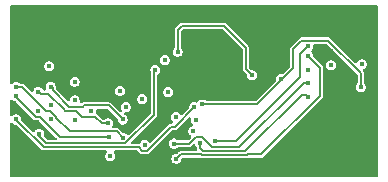
<source format=gbr>
%TF.GenerationSoftware,KiCad,Pcbnew,9.0.2*%
%TF.CreationDate,2025-06-09T01:03:38+02:00*%
%TF.ProjectId,WiFi_1YN,57694669-5f31-4594-9e2e-6b696361645f,rev?*%
%TF.SameCoordinates,Original*%
%TF.FileFunction,Copper,L3,Inr*%
%TF.FilePolarity,Positive*%
%FSLAX46Y46*%
G04 Gerber Fmt 4.6, Leading zero omitted, Abs format (unit mm)*
G04 Created by KiCad (PCBNEW 9.0.2) date 2025-06-09 01:03:38*
%MOMM*%
%LPD*%
G01*
G04 APERTURE LIST*
%TA.AperFunction,ViaPad*%
%ADD10C,0.450000*%
%TD*%
%TA.AperFunction,Conductor*%
%ADD11C,0.127000*%
%TD*%
G04 APERTURE END LIST*
D10*
%TO.N,GND*%
X198780400Y-68021200D03*
X200101200Y-68275200D03*
X198551800Y-65227200D03*
X200787000Y-65278000D03*
X213715600Y-72339200D03*
X217093800Y-72339200D03*
X201701400Y-74447400D03*
X204114400Y-74188500D03*
X189362212Y-69881334D03*
X201375285Y-70027800D03*
X202415569Y-72118587D03*
X200025000Y-72212200D03*
X201320400Y-70662800D03*
X193395600Y-74879200D03*
X200180500Y-74884200D03*
X210315100Y-74909600D03*
X217093800Y-74904600D03*
X189995100Y-74884200D03*
X196780000Y-74884200D03*
X203581000Y-74879200D03*
X206959200Y-74879200D03*
X213715600Y-74904600D03*
X193389400Y-64968200D03*
X189988900Y-64973200D03*
X196773800Y-64973200D03*
X189995100Y-61600000D03*
X193395600Y-61595000D03*
X210315100Y-61625400D03*
X213715600Y-61620400D03*
X217093800Y-61620400D03*
X196780000Y-61600000D03*
X200180500Y-61600000D03*
X203581000Y-61595000D03*
X206959200Y-61595000D03*
%TO.N,+3.3V*%
X211650000Y-67290000D03*
%TO.N,/32KHz*%
X209200000Y-66990000D03*
%TO.N,+3.3V*%
X205000000Y-69450000D03*
%TO.N,GND*%
X215750000Y-67180000D03*
%TO.N,/WL_GPIO_0_HOST_WAKE*%
X202751136Y-70525000D03*
%TO.N,/WIFI_SDIO_DAT3*%
X204239672Y-71735328D03*
%TO.N,/WL_REG_ON*%
X204319715Y-69696130D03*
%TO.N,/WIFI_SDIO_DAT2*%
X202599998Y-72774998D03*
%TO.N,/WIFI_SDIO_DAT0*%
X204779578Y-72711500D03*
%TO.N,/WIFI_SDIO_DAT1*%
X204439717Y-70760283D03*
%TO.N,/WIFI_SDIO_CMD*%
X206050000Y-72600000D03*
%TO.N,/WIFI_SDIO_CLK*%
X202800000Y-74050000D03*
%TO.N,/WIFI_SDIO_DAT0*%
X213970000Y-68830000D03*
%TO.N,/WIFI_SDIO_DAT2*%
X213950000Y-67680000D03*
%TO.N,/WIFI_SDIO_DAT1*%
X213900000Y-66550000D03*
%TO.N,GND*%
X215836831Y-65501119D03*
%TO.N,/WIFI_SDIO_DAT3*%
X215875000Y-66150000D03*
%TO.N,/WIFI_SDIO_CLK*%
X213950000Y-65350000D03*
%TO.N,/WIFI_SDIO_CMD*%
X213950000Y-64550000D03*
%TO.N,GND*%
X215850000Y-64950000D03*
X218475000Y-65125000D03*
X216900000Y-66875000D03*
%TO.N,+3.3V*%
X218400000Y-68000000D03*
%TO.N,GND*%
X206500000Y-67100000D03*
X204350000Y-67275000D03*
X204375000Y-65650000D03*
X206300000Y-65600000D03*
X207850000Y-68150000D03*
X208100000Y-66500000D03*
X207700000Y-64400000D03*
X205598660Y-63613410D03*
X203500000Y-63700000D03*
X203100000Y-65900000D03*
X202400000Y-66800000D03*
%TO.N,+3.3V*%
X202100000Y-68400000D03*
%TO.N,/32KHz*%
X202900000Y-65000000D03*
%TO.N,/BT_HOST_WAKE*%
X201800000Y-65700000D03*
%TO.N,GND*%
X200374999Y-66672254D03*
%TO.N,/BT_DEV_WAKE*%
X201007090Y-66520713D03*
%TO.N,/BT_PCM_CLK*%
X197200000Y-73850000D03*
%TO.N,/BT_UART_RX*%
X198023090Y-68294700D03*
%TO.N,/BT_PCM_IN*%
X197104000Y-72237600D03*
%TO.N,/BT_PCM_OUT*%
X198272400Y-72270458D03*
%TO.N,/BT_PCM_SYNC*%
X197002400Y-71069200D03*
%TO.N,/BT_UART_RTS*%
X198247000Y-70739000D03*
%TO.N,/BT_UART_CTS*%
X198510000Y-69680000D03*
%TO.N,GND*%
X191860000Y-71940000D03*
X191300000Y-66150000D03*
%TO.N,+3.3V*%
X192140000Y-70720000D03*
%TO.N,/BT_REG_ON*%
X195600000Y-70039000D03*
%TO.N,/BT_HOST_WAKE*%
X192140000Y-69530000D03*
%TO.N,/BT_UART_CTS*%
X194190000Y-69130000D03*
%TO.N,/BT_UART_RTS*%
X192140000Y-67949940D03*
%TO.N,/BT_UART_RX*%
X194190000Y-67550000D03*
%TO.N,/BT_UART_TX*%
X192040000Y-66230000D03*
%TO.N,/BT_DEV_WAKE*%
X191160400Y-71932800D03*
%TO.N,/WL_REG_ON*%
X189210000Y-70740000D03*
%TO.N,/BT_PCM_CLK*%
X191110000Y-70040000D03*
%TO.N,/BT_PCM_IN*%
X189210000Y-68770000D03*
%TO.N,GND*%
X191010000Y-67440000D03*
%TO.N,/BT_PCM_OUT*%
X189210000Y-67975000D03*
%TO.N,GND*%
X197500000Y-63600000D03*
X201800000Y-63600000D03*
X198875000Y-66700000D03*
%TO.N,/WL_GPIO_0_HOST_WAKE*%
X218475000Y-66075000D03*
%TO.N,+3.3V*%
X194190000Y-70750000D03*
%TO.N,/BT_PCM_SYNC*%
X191109600Y-68376800D03*
%TO.N,GND*%
X194021017Y-66922348D03*
%TO.N,/BT_UART_TX*%
X199900000Y-69000000D03*
%TO.N,/BT_REG_ON*%
X200100521Y-72899479D03*
%TD*%
D11*
%TO.N,/BT_PCM_SYNC*%
X197002400Y-71069200D02*
X196456200Y-71069200D01*
X196456200Y-71069200D02*
X195916500Y-70529500D01*
X195916500Y-70529500D02*
X194811700Y-70529500D01*
X191961758Y-68559500D02*
X191292300Y-68559500D01*
X194811700Y-70529500D02*
X194301700Y-70019500D01*
X194301700Y-70019500D02*
X193344800Y-70019500D01*
X193344800Y-70019500D02*
X193344800Y-69942542D01*
X191292300Y-68559500D02*
X191109600Y-68376800D01*
X193344800Y-69942542D02*
X191961758Y-68559500D01*
%TO.N,/BT_UART_RTS*%
X192304665Y-67949940D02*
X192304665Y-68251065D01*
X192304665Y-68251065D02*
X193700400Y-69646800D01*
X194945000Y-69550500D02*
X197058500Y-69550500D01*
X193700400Y-69646800D02*
X194848700Y-69646800D01*
X194848700Y-69646800D02*
X194945000Y-69550500D01*
X197058500Y-69550500D02*
X198247000Y-70739000D01*
%TO.N,/WL_REG_ON*%
X204319715Y-69696130D02*
X202667245Y-71348600D01*
X202667245Y-71348600D02*
X202343658Y-71348600D01*
X202343658Y-71348600D02*
X200303279Y-73388979D01*
X200303279Y-73388979D02*
X199897763Y-73388979D01*
X199897763Y-73388979D02*
X199596742Y-73087958D01*
X199596742Y-73087958D02*
X191557958Y-73087958D01*
X191557958Y-73087958D02*
X189324500Y-70854500D01*
%TO.N,/32KHz*%
X209200000Y-66990000D02*
X208710000Y-66500000D01*
X208710000Y-66500000D02*
X208710000Y-64717742D01*
X202900000Y-63192258D02*
X202900000Y-65000000D01*
X208710000Y-64717742D02*
X206812258Y-62820000D01*
X206812258Y-62820000D02*
X203272258Y-62820000D01*
X203272258Y-62820000D02*
X202900000Y-63192258D01*
%TO.N,+3.3V*%
X212700000Y-64730500D02*
X212700000Y-66380000D01*
X213370000Y-64060500D02*
X212700000Y-64730500D01*
X212700000Y-66380000D02*
X209630000Y-69450000D01*
X209630000Y-69450000D02*
X205000000Y-69450000D01*
X218400000Y-66807742D02*
X218400000Y-68000000D01*
X215652758Y-64060500D02*
X218400000Y-66807742D01*
X213370000Y-64060500D02*
X215652758Y-64060500D01*
%TO.N,/WIFI_SDIO_CLK*%
X213950000Y-65350000D02*
X214965000Y-66365000D01*
X214965000Y-66365000D02*
X214965000Y-68725000D01*
X214965000Y-68725000D02*
X209990000Y-73700000D01*
X209990000Y-73700000D02*
X208783862Y-73700000D01*
X208783862Y-73700000D02*
X208730862Y-73753000D01*
X208730862Y-73753000D02*
X204939138Y-73753000D01*
X204939138Y-73753000D02*
X204886138Y-73700000D01*
X203150000Y-73700000D02*
X202800000Y-74050000D01*
X204886138Y-73700000D02*
X203150000Y-73700000D01*
%TO.N,/WIFI_SDIO_CMD*%
X213950000Y-64550000D02*
X213275000Y-65225000D01*
X213275000Y-65225000D02*
X213275000Y-67145000D01*
%TO.N,/WIFI_SDIO_DAT2*%
X213820000Y-67640000D02*
X213810000Y-67650000D01*
X213950000Y-67680000D02*
X213910000Y-67640000D01*
X213810000Y-67650000D02*
X213575000Y-67650000D01*
X205457742Y-72700000D02*
X205450000Y-72700000D01*
X213910000Y-67640000D02*
X213820000Y-67640000D01*
X208135500Y-73089500D02*
X205847242Y-73089500D01*
X204445258Y-72222000D02*
X203892260Y-72774998D01*
X204982336Y-72222000D02*
X204445258Y-72222000D01*
X213575000Y-67650000D02*
X208135500Y-73089500D01*
X205847242Y-73089500D02*
X205457742Y-72700000D01*
X205450000Y-72700000D02*
X205450000Y-72689664D01*
X205450000Y-72689664D02*
X204982336Y-72222000D01*
X203892260Y-72774998D02*
X202599998Y-72774998D01*
%TO.N,/WIFI_SDIO_DAT0*%
X204779578Y-73129578D02*
X204779578Y-72711500D01*
X213970000Y-68830000D02*
X213770000Y-68630000D01*
X213770000Y-68630000D02*
X213390000Y-68630000D01*
X205075000Y-73425000D02*
X204779578Y-73129578D01*
X213390000Y-68630000D02*
X208595000Y-73425000D01*
X208595000Y-73425000D02*
X205075000Y-73425000D01*
%TO.N,/WIFI_SDIO_CMD*%
X206050000Y-72600000D02*
X207820000Y-72600000D01*
X207820000Y-72600000D02*
X213275000Y-67145000D01*
%TO.N,/BT_DEV_WAKE*%
X198475158Y-72759958D02*
X191778516Y-72759958D01*
X191778516Y-72759958D02*
X191233679Y-72215121D01*
X200886785Y-70348331D02*
X198475158Y-72759958D01*
X200886785Y-66726371D02*
X200886785Y-70348331D01*
X201007090Y-66520713D02*
X201007090Y-66606066D01*
X201007090Y-66606066D02*
X200886785Y-66726371D01*
X191160400Y-71932800D02*
X191160400Y-72141842D01*
X191160400Y-72141842D02*
X191233679Y-72215121D01*
X191233679Y-72215121D02*
X191163871Y-72145313D01*
%TO.N,/BT_PCM_OUT*%
X192633600Y-70612000D02*
X192633600Y-70521342D01*
X192633600Y-70521342D02*
X192131758Y-70019500D01*
X192131758Y-70019500D02*
X191781758Y-70019500D01*
X191781758Y-70019500D02*
X189737258Y-67975000D01*
X189737258Y-67975000D02*
X189225000Y-67975000D01*
X197750042Y-71748100D02*
X193769700Y-71748100D01*
X193769700Y-71748100D02*
X192633600Y-70612000D01*
X198272400Y-72270458D02*
X197750042Y-71748100D01*
%TO.N,/BT_PCM_IN*%
X197104000Y-72237600D02*
X192965342Y-72237600D01*
X192965342Y-72237600D02*
X191257242Y-70529500D01*
X191257242Y-70529500D02*
X190907242Y-70529500D01*
X190907242Y-70529500D02*
X189210000Y-68832258D01*
X189210000Y-68832258D02*
X189210000Y-68770000D01*
%TD*%
%TA.AperFunction,Conductor*%
%TO.N,GND*%
G36*
X219842539Y-61090185D02*
G01*
X219888294Y-61142989D01*
X219899500Y-61194500D01*
X219899500Y-75478100D01*
X219879815Y-75545139D01*
X219827011Y-75590894D01*
X219775500Y-75602100D01*
X188830500Y-75602100D01*
X188763461Y-75582415D01*
X188717706Y-75529611D01*
X188706500Y-75478100D01*
X188706500Y-71137610D01*
X188726185Y-71070571D01*
X188778989Y-71024816D01*
X188848147Y-71014872D01*
X188911703Y-71043897D01*
X188918181Y-71049929D01*
X188948737Y-71080485D01*
X189045763Y-71136503D01*
X189153982Y-71165500D01*
X189210786Y-71165500D01*
X189277825Y-71185185D01*
X189298466Y-71201818D01*
X191408414Y-73311767D01*
X191468042Y-73336465D01*
X191468043Y-73336466D01*
X191468044Y-73336466D01*
X191505445Y-73351958D01*
X191505446Y-73351958D01*
X191610471Y-73351958D01*
X196796932Y-73351958D01*
X196863971Y-73371643D01*
X196909726Y-73424447D01*
X196919670Y-73493605D01*
X196890645Y-73557161D01*
X196884613Y-73563639D01*
X196859517Y-73588734D01*
X196859513Y-73588740D01*
X196803498Y-73685760D01*
X196803497Y-73685763D01*
X196774500Y-73793982D01*
X196774500Y-73906018D01*
X196803497Y-74014237D01*
X196859515Y-74111263D01*
X196938737Y-74190485D01*
X197035763Y-74246503D01*
X197143982Y-74275500D01*
X197143984Y-74275500D01*
X197256016Y-74275500D01*
X197256018Y-74275500D01*
X197364237Y-74246503D01*
X197461263Y-74190485D01*
X197540485Y-74111263D01*
X197596503Y-74014237D01*
X197625500Y-73906018D01*
X197625500Y-73793982D01*
X197596503Y-73685763D01*
X197540485Y-73588737D01*
X197515387Y-73563639D01*
X197481902Y-73502316D01*
X197486886Y-73432624D01*
X197528758Y-73376691D01*
X197594222Y-73352274D01*
X197603068Y-73351958D01*
X199436028Y-73351958D01*
X199503067Y-73371643D01*
X199523708Y-73388276D01*
X199637747Y-73502316D01*
X199748219Y-73612788D01*
X199748221Y-73612790D01*
X199823264Y-73643872D01*
X199845250Y-73652979D01*
X199845252Y-73652979D01*
X200355791Y-73652979D01*
X200355792Y-73652979D01*
X200452823Y-73612787D01*
X202416692Y-71648919D01*
X202478015Y-71615434D01*
X202504373Y-71612600D01*
X202719757Y-71612600D01*
X202719758Y-71612600D01*
X202816789Y-71572408D01*
X203807515Y-70581681D01*
X203868836Y-70548198D01*
X203938528Y-70553182D01*
X203994461Y-70595054D01*
X204018878Y-70660518D01*
X204014971Y-70701449D01*
X204014217Y-70704260D01*
X204014217Y-70704265D01*
X204014217Y-70816301D01*
X204043214Y-70924520D01*
X204099232Y-71021546D01*
X204178454Y-71100768D01*
X204178456Y-71100769D01*
X204182251Y-71103681D01*
X204223453Y-71160110D01*
X204227607Y-71229856D01*
X204193393Y-71290776D01*
X204138858Y-71321830D01*
X204075439Y-71338823D01*
X204075432Y-71338826D01*
X203978412Y-71394841D01*
X203978406Y-71394845D01*
X203899189Y-71474062D01*
X203899185Y-71474068D01*
X203843170Y-71571088D01*
X203843169Y-71571091D01*
X203814172Y-71679310D01*
X203814172Y-71791346D01*
X203843169Y-71899565D01*
X203899187Y-71996591D01*
X203978409Y-72075813D01*
X203986292Y-72080364D01*
X203990412Y-72082743D01*
X204038628Y-72133310D01*
X204051850Y-72201917D01*
X204025882Y-72266782D01*
X204016094Y-72277811D01*
X203819225Y-72474680D01*
X203757905Y-72508164D01*
X203731546Y-72510998D01*
X202989108Y-72510998D01*
X202922069Y-72491313D01*
X202901427Y-72474679D01*
X202861263Y-72434515D01*
X202861261Y-72434513D01*
X202764235Y-72378495D01*
X202656016Y-72349498D01*
X202543980Y-72349498D01*
X202435761Y-72378495D01*
X202435758Y-72378496D01*
X202338738Y-72434511D01*
X202338732Y-72434515D01*
X202259515Y-72513732D01*
X202259511Y-72513738D01*
X202203496Y-72610758D01*
X202203495Y-72610761D01*
X202174498Y-72718980D01*
X202174498Y-72831016D01*
X202203495Y-72939235D01*
X202259513Y-73036261D01*
X202338735Y-73115483D01*
X202435761Y-73171501D01*
X202543980Y-73200498D01*
X202543982Y-73200498D01*
X202656014Y-73200498D01*
X202656016Y-73200498D01*
X202764235Y-73171501D01*
X202861261Y-73115483D01*
X202901427Y-73075317D01*
X202962750Y-73041832D01*
X202989108Y-73038998D01*
X203944772Y-73038998D01*
X203944773Y-73038998D01*
X204041804Y-72998806D01*
X204188942Y-72851667D01*
X204205826Y-72842448D01*
X204219743Y-72829165D01*
X204235857Y-72826050D01*
X204250262Y-72818185D01*
X204269451Y-72819557D01*
X204288343Y-72815906D01*
X204303583Y-72821998D01*
X204319953Y-72823169D01*
X204335356Y-72834699D01*
X204353221Y-72841841D01*
X204368612Y-72859594D01*
X204375887Y-72865040D01*
X204377590Y-72867372D01*
X204382787Y-72874662D01*
X204383075Y-72875737D01*
X204439093Y-72972763D01*
X204486556Y-73020226D01*
X204492548Y-73028631D01*
X204500747Y-73052281D01*
X204512744Y-73074252D01*
X204514713Y-73092566D01*
X204515434Y-73094646D01*
X204515089Y-73096068D01*
X204515578Y-73100610D01*
X204515578Y-73182091D01*
X204549733Y-73264548D01*
X204557202Y-73334015D01*
X204525928Y-73396495D01*
X204465839Y-73432148D01*
X204435172Y-73436000D01*
X203097487Y-73436000D01*
X203069069Y-73447769D01*
X203069067Y-73447771D01*
X203000456Y-73476191D01*
X203000454Y-73476192D01*
X202967132Y-73509515D01*
X202888464Y-73588182D01*
X202827144Y-73621666D01*
X202800785Y-73624500D01*
X202743982Y-73624500D01*
X202635763Y-73653497D01*
X202635760Y-73653498D01*
X202538740Y-73709513D01*
X202538734Y-73709517D01*
X202459517Y-73788734D01*
X202459513Y-73788740D01*
X202403498Y-73885760D01*
X202403497Y-73885763D01*
X202374500Y-73993982D01*
X202374500Y-74106018D01*
X202403497Y-74214237D01*
X202459515Y-74311263D01*
X202538737Y-74390485D01*
X202635763Y-74446503D01*
X202743982Y-74475500D01*
X202743984Y-74475500D01*
X202856016Y-74475500D01*
X202856018Y-74475500D01*
X202964237Y-74446503D01*
X203061263Y-74390485D01*
X203140485Y-74311263D01*
X203196503Y-74214237D01*
X203225500Y-74106018D01*
X203225500Y-74088000D01*
X203245185Y-74020961D01*
X203297989Y-73975206D01*
X203349500Y-73964000D01*
X204734008Y-73964000D01*
X204781462Y-73973439D01*
X204789593Y-73976807D01*
X204789594Y-73976808D01*
X204886625Y-74017000D01*
X204886626Y-74017000D01*
X208783374Y-74017000D01*
X208783375Y-74017000D01*
X208880406Y-73976808D01*
X208880407Y-73976806D01*
X208888538Y-73973439D01*
X208935992Y-73964000D01*
X210042512Y-73964000D01*
X210042513Y-73964000D01*
X210139544Y-73923808D01*
X215188808Y-68874544D01*
X215197397Y-68853808D01*
X215229000Y-68777513D01*
X215229000Y-66312487D01*
X215207031Y-66259450D01*
X215188809Y-66215456D01*
X215067335Y-66093982D01*
X215449500Y-66093982D01*
X215449500Y-66206018D01*
X215478028Y-66312487D01*
X215478497Y-66314237D01*
X215478498Y-66314239D01*
X215486147Y-66327487D01*
X215534515Y-66411263D01*
X215613737Y-66490485D01*
X215710763Y-66546503D01*
X215818982Y-66575500D01*
X215818984Y-66575500D01*
X215931016Y-66575500D01*
X215931018Y-66575500D01*
X216039237Y-66546503D01*
X216136263Y-66490485D01*
X216215485Y-66411263D01*
X216271503Y-66314237D01*
X216300500Y-66206018D01*
X216300500Y-66093982D01*
X216271503Y-65985763D01*
X216215485Y-65888737D01*
X216136263Y-65809515D01*
X216071579Y-65772169D01*
X216039239Y-65753498D01*
X216039238Y-65753497D01*
X216039237Y-65753497D01*
X215931018Y-65724500D01*
X215818982Y-65724500D01*
X215710763Y-65753497D01*
X215710760Y-65753498D01*
X215613740Y-65809513D01*
X215613734Y-65809517D01*
X215534517Y-65888734D01*
X215534513Y-65888740D01*
X215478498Y-65985760D01*
X215478497Y-65985763D01*
X215449500Y-66093982D01*
X215067335Y-66093982D01*
X214411819Y-65438466D01*
X214378334Y-65377143D01*
X214375500Y-65350785D01*
X214375500Y-65293984D01*
X214375500Y-65293982D01*
X214346503Y-65185763D01*
X214290485Y-65088737D01*
X214239429Y-65037681D01*
X214205944Y-64976358D01*
X214210928Y-64906666D01*
X214239429Y-64862319D01*
X214261896Y-64839852D01*
X214290485Y-64811263D01*
X214346503Y-64714237D01*
X214375500Y-64606018D01*
X214375500Y-64493982D01*
X214371912Y-64480591D01*
X214373575Y-64410744D01*
X214412737Y-64352881D01*
X214476966Y-64325377D01*
X214491687Y-64324500D01*
X215492044Y-64324500D01*
X215559083Y-64344185D01*
X215579725Y-64360819D01*
X218099681Y-66880775D01*
X218133166Y-66942098D01*
X218136000Y-66968456D01*
X218136000Y-67610890D01*
X218116315Y-67677929D01*
X218099681Y-67698571D01*
X218059517Y-67738734D01*
X218059513Y-67738740D01*
X218003498Y-67835760D01*
X218003497Y-67835763D01*
X217974500Y-67943982D01*
X217974500Y-68056018D01*
X218002576Y-68160797D01*
X218003497Y-68164236D01*
X218003498Y-68164239D01*
X218014405Y-68183130D01*
X218059515Y-68261263D01*
X218138737Y-68340485D01*
X218235763Y-68396503D01*
X218343982Y-68425500D01*
X218343984Y-68425500D01*
X218456016Y-68425500D01*
X218456018Y-68425500D01*
X218564237Y-68396503D01*
X218661263Y-68340485D01*
X218740485Y-68261263D01*
X218796503Y-68164237D01*
X218825500Y-68056018D01*
X218825500Y-67943982D01*
X218796503Y-67835763D01*
X218740485Y-67738737D01*
X218700319Y-67698571D01*
X218666834Y-67637248D01*
X218664000Y-67610890D01*
X218664000Y-66755230D01*
X218663999Y-66755227D01*
X218657303Y-66739062D01*
X218650985Y-66723808D01*
X218623809Y-66658198D01*
X218611257Y-66645646D01*
X218602289Y-66627832D01*
X218599448Y-66612292D01*
X218591879Y-66598430D01*
X218593294Y-66578630D01*
X218589725Y-66559101D01*
X218595736Y-66544493D01*
X218596863Y-66528738D01*
X218608760Y-66512845D01*
X218616315Y-66494488D01*
X218629269Y-66485449D01*
X218638735Y-66472805D01*
X218651046Y-66464685D01*
X218736263Y-66415485D01*
X218815485Y-66336263D01*
X218871503Y-66239237D01*
X218900500Y-66131018D01*
X218900500Y-66018982D01*
X218871503Y-65910763D01*
X218815485Y-65813737D01*
X218736263Y-65734515D01*
X218639237Y-65678497D01*
X218531018Y-65649500D01*
X218418982Y-65649500D01*
X218310763Y-65678497D01*
X218310760Y-65678498D01*
X218213740Y-65734513D01*
X218213734Y-65734517D01*
X218134517Y-65813734D01*
X218134515Y-65813737D01*
X218085314Y-65898955D01*
X218034746Y-65947170D01*
X217966139Y-65960392D01*
X217901275Y-65934424D01*
X217890246Y-65924635D01*
X215802303Y-63836693D01*
X215802302Y-63836692D01*
X215705271Y-63796500D01*
X213422513Y-63796500D01*
X213317487Y-63796500D01*
X213317486Y-63796500D01*
X213220454Y-63836693D01*
X212476193Y-64580954D01*
X212436000Y-64677986D01*
X212436000Y-66219284D01*
X212416315Y-66286323D01*
X212399681Y-66306965D01*
X211864001Y-66842644D01*
X211802678Y-66876129D01*
X211744228Y-66874738D01*
X211706019Y-66864500D01*
X211706018Y-66864500D01*
X211593982Y-66864500D01*
X211485763Y-66893497D01*
X211485760Y-66893498D01*
X211388740Y-66949513D01*
X211388734Y-66949517D01*
X211309517Y-67028734D01*
X211309513Y-67028740D01*
X211253498Y-67125760D01*
X211253497Y-67125763D01*
X211224500Y-67233982D01*
X211224500Y-67346019D01*
X211234738Y-67384229D01*
X211233074Y-67454079D01*
X211202644Y-67504002D01*
X209556967Y-69149681D01*
X209495644Y-69183166D01*
X209469286Y-69186000D01*
X205389110Y-69186000D01*
X205322071Y-69166315D01*
X205301429Y-69149681D01*
X205261265Y-69109517D01*
X205261263Y-69109515D01*
X205196579Y-69072169D01*
X205164239Y-69053498D01*
X205164238Y-69053497D01*
X205164237Y-69053497D01*
X205056018Y-69024500D01*
X204943982Y-69024500D01*
X204835763Y-69053497D01*
X204835760Y-69053498D01*
X204738740Y-69109513D01*
X204738734Y-69109517D01*
X204659517Y-69188734D01*
X204659513Y-69188740D01*
X204628121Y-69243111D01*
X204577553Y-69291326D01*
X204508946Y-69304547D01*
X204488642Y-69300884D01*
X204483953Y-69299627D01*
X204483952Y-69299627D01*
X204375733Y-69270630D01*
X204263697Y-69270630D01*
X204155478Y-69299627D01*
X204155475Y-69299628D01*
X204058455Y-69355643D01*
X204058449Y-69355647D01*
X203979232Y-69434864D01*
X203979228Y-69434870D01*
X203923213Y-69531890D01*
X203923212Y-69531893D01*
X203894215Y-69640112D01*
X203894215Y-69696915D01*
X203874530Y-69763954D01*
X203857896Y-69784596D01*
X203310987Y-70331504D01*
X203249664Y-70364989D01*
X203179972Y-70360005D01*
X203124039Y-70318133D01*
X203115919Y-70305822D01*
X203103031Y-70283500D01*
X203091621Y-70263737D01*
X203012399Y-70184515D01*
X202915373Y-70128497D01*
X202807154Y-70099500D01*
X202695118Y-70099500D01*
X202586899Y-70128497D01*
X202586896Y-70128498D01*
X202489876Y-70184513D01*
X202489870Y-70184517D01*
X202410653Y-70263734D01*
X202410649Y-70263740D01*
X202354634Y-70360760D01*
X202354633Y-70360763D01*
X202325636Y-70468982D01*
X202325636Y-70581018D01*
X202353226Y-70683984D01*
X202354633Y-70689236D01*
X202354634Y-70689239D01*
X202367692Y-70711856D01*
X202410651Y-70786263D01*
X202410653Y-70786265D01*
X202495620Y-70871232D01*
X202493645Y-70873206D01*
X202500324Y-70882355D01*
X202518174Y-70899739D01*
X202520568Y-70910087D01*
X202526831Y-70918666D01*
X202528309Y-70943536D01*
X202533927Y-70967809D01*
X202530347Y-70977808D01*
X202530978Y-70988412D01*
X202518774Y-71010136D01*
X202510378Y-71033591D01*
X202501960Y-71040067D01*
X202496758Y-71049329D01*
X202474748Y-71061005D01*
X202455004Y-71076198D01*
X202441262Y-71078771D01*
X202435037Y-71082074D01*
X202420618Y-71084156D01*
X202415384Y-71084600D01*
X202291145Y-71084600D01*
X202276938Y-71090485D01*
X202194114Y-71124791D01*
X202194113Y-71124792D01*
X202194111Y-71124793D01*
X200643004Y-72675900D01*
X200581681Y-72709385D01*
X200511989Y-72704401D01*
X200456056Y-72662529D01*
X200447936Y-72650219D01*
X200447385Y-72649266D01*
X200441006Y-72638216D01*
X200361784Y-72558994D01*
X200264758Y-72502976D01*
X200156539Y-72473979D01*
X200044503Y-72473979D01*
X199936284Y-72502976D01*
X199936281Y-72502977D01*
X199839261Y-72558992D01*
X199839255Y-72558996D01*
X199760038Y-72638213D01*
X199760033Y-72638219D01*
X199704019Y-72735238D01*
X199700909Y-72742748D01*
X199698868Y-72741902D01*
X199668506Y-72791713D01*
X199605659Y-72822242D01*
X199585098Y-72823958D01*
X199083872Y-72823958D01*
X199016833Y-72804273D01*
X198971078Y-72751469D01*
X198961134Y-72682311D01*
X198990159Y-72618755D01*
X198996191Y-72612277D01*
X199936934Y-71671534D01*
X201110594Y-70497875D01*
X201150785Y-70400843D01*
X201150785Y-70295818D01*
X201150785Y-68343982D01*
X201674500Y-68343982D01*
X201674500Y-68456018D01*
X201703497Y-68564237D01*
X201759515Y-68661263D01*
X201838737Y-68740485D01*
X201935763Y-68796503D01*
X202043982Y-68825500D01*
X202043984Y-68825500D01*
X202156016Y-68825500D01*
X202156018Y-68825500D01*
X202264237Y-68796503D01*
X202361263Y-68740485D01*
X202440485Y-68661263D01*
X202496503Y-68564237D01*
X202525500Y-68456018D01*
X202525500Y-68343982D01*
X202496503Y-68235763D01*
X202440485Y-68138737D01*
X202361263Y-68059515D01*
X202264237Y-68003497D01*
X202156018Y-67974500D01*
X202043982Y-67974500D01*
X201935763Y-68003497D01*
X201935760Y-68003498D01*
X201838740Y-68059513D01*
X201838734Y-68059517D01*
X201759517Y-68138734D01*
X201759513Y-68138740D01*
X201703498Y-68235760D01*
X201703497Y-68235763D01*
X201674500Y-68343982D01*
X201150785Y-68343982D01*
X201150785Y-67000667D01*
X201170470Y-66933628D01*
X201212785Y-66893280D01*
X201212808Y-66893267D01*
X201268353Y-66861198D01*
X201347575Y-66781976D01*
X201403593Y-66684950D01*
X201432590Y-66576731D01*
X201432590Y-66464695D01*
X201403593Y-66356476D01*
X201347575Y-66259450D01*
X201268353Y-66180228D01*
X201183117Y-66131017D01*
X201171329Y-66124211D01*
X201171328Y-66124210D01*
X201171327Y-66124210D01*
X201063108Y-66095213D01*
X200951072Y-66095213D01*
X200842853Y-66124210D01*
X200842850Y-66124211D01*
X200745830Y-66180226D01*
X200745824Y-66180230D01*
X200666607Y-66259447D01*
X200666603Y-66259453D01*
X200610588Y-66356473D01*
X200610587Y-66356476D01*
X200581590Y-66464695D01*
X200581590Y-66576731D01*
X200610587Y-66684950D01*
X200610588Y-66684952D01*
X200613345Y-66691606D01*
X200622785Y-66739062D01*
X200622785Y-70187616D01*
X200603100Y-70254655D01*
X200586466Y-70275297D01*
X198814883Y-72046879D01*
X198753560Y-72080364D01*
X198683868Y-72075380D01*
X198627935Y-72033508D01*
X198619815Y-72021198D01*
X198614562Y-72012100D01*
X198612885Y-72009195D01*
X198533663Y-71929973D01*
X198436637Y-71873955D01*
X198328418Y-71844958D01*
X198328417Y-71844958D01*
X198271615Y-71844958D01*
X198204576Y-71825273D01*
X198183934Y-71808639D01*
X197899587Y-71524293D01*
X197899586Y-71524292D01*
X197802555Y-71484100D01*
X197468957Y-71484100D01*
X197401918Y-71464415D01*
X197356163Y-71411611D01*
X197346219Y-71342453D01*
X197361570Y-71298100D01*
X197382133Y-71262483D01*
X197398903Y-71233437D01*
X197427900Y-71125218D01*
X197427900Y-71013182D01*
X197398903Y-70904963D01*
X197342885Y-70807937D01*
X197263663Y-70728715D01*
X197166637Y-70672697D01*
X197058418Y-70643700D01*
X196946382Y-70643700D01*
X196838163Y-70672697D01*
X196838160Y-70672698D01*
X196741140Y-70728713D01*
X196741134Y-70728717D01*
X196702783Y-70767069D01*
X196641460Y-70800554D01*
X196571768Y-70795570D01*
X196527421Y-70767069D01*
X196066043Y-70305691D01*
X196057659Y-70300089D01*
X196012855Y-70246477D01*
X196004148Y-70177152D01*
X196006772Y-70164910D01*
X196025500Y-70095018D01*
X196025500Y-69982982D01*
X196022180Y-69970591D01*
X196023843Y-69900744D01*
X196063006Y-69842881D01*
X196127234Y-69815377D01*
X196141955Y-69814500D01*
X196897786Y-69814500D01*
X196964825Y-69834185D01*
X196985467Y-69850819D01*
X197785181Y-70650533D01*
X197818666Y-70711856D01*
X197821500Y-70738214D01*
X197821500Y-70795018D01*
X197846089Y-70886784D01*
X197850497Y-70903236D01*
X197850498Y-70903239D01*
X197854452Y-70910087D01*
X197906515Y-71000263D01*
X197985737Y-71079485D01*
X198082763Y-71135503D01*
X198190982Y-71164500D01*
X198190984Y-71164500D01*
X198303016Y-71164500D01*
X198303018Y-71164500D01*
X198411237Y-71135503D01*
X198508263Y-71079485D01*
X198587485Y-71000263D01*
X198643503Y-70903237D01*
X198672500Y-70795018D01*
X198672500Y-70682982D01*
X198643503Y-70574763D01*
X198587485Y-70477737D01*
X198508263Y-70398515D01*
X198411237Y-70342497D01*
X198404198Y-70338433D01*
X198405414Y-70336325D01*
X198360613Y-70300226D01*
X198338544Y-70233933D01*
X198355819Y-70166233D01*
X198406954Y-70118619D01*
X198462465Y-70105500D01*
X198566016Y-70105500D01*
X198566018Y-70105500D01*
X198674237Y-70076503D01*
X198771263Y-70020485D01*
X198850485Y-69941263D01*
X198906503Y-69844237D01*
X198935500Y-69736018D01*
X198935500Y-69623982D01*
X198906503Y-69515763D01*
X198850485Y-69418737D01*
X198771263Y-69339515D01*
X198687797Y-69291326D01*
X198674239Y-69283498D01*
X198674238Y-69283497D01*
X198674237Y-69283497D01*
X198566018Y-69254500D01*
X198453982Y-69254500D01*
X198345763Y-69283497D01*
X198345760Y-69283498D01*
X198248740Y-69339513D01*
X198248734Y-69339517D01*
X198169517Y-69418734D01*
X198169513Y-69418740D01*
X198113498Y-69515760D01*
X198113497Y-69515763D01*
X198084500Y-69623982D01*
X198084500Y-69736018D01*
X198112786Y-69841581D01*
X198113497Y-69844236D01*
X198113498Y-69844239D01*
X198172452Y-69946350D01*
X198188925Y-70014250D01*
X198166072Y-70080277D01*
X198111151Y-70123468D01*
X198041598Y-70130109D01*
X197979495Y-70098093D01*
X197977384Y-70096031D01*
X197208045Y-69326693D01*
X197208044Y-69326692D01*
X197111013Y-69286500D01*
X194892487Y-69286500D01*
X194864069Y-69298269D01*
X194864067Y-69298271D01*
X194795456Y-69326691D01*
X194795454Y-69326692D01*
X194784174Y-69331365D01*
X194782608Y-69327584D01*
X194737577Y-69341676D01*
X194670200Y-69323179D01*
X194623519Y-69271191D01*
X194612356Y-69202219D01*
X194615439Y-69186475D01*
X194615500Y-69186016D01*
X194615500Y-69073984D01*
X194615500Y-69073982D01*
X194586503Y-68965763D01*
X194573928Y-68943982D01*
X199474500Y-68943982D01*
X199474500Y-69056018D01*
X199495261Y-69133497D01*
X199503497Y-69164236D01*
X199503498Y-69164239D01*
X199507104Y-69170485D01*
X199559515Y-69261263D01*
X199638737Y-69340485D01*
X199735763Y-69396503D01*
X199843982Y-69425500D01*
X199843984Y-69425500D01*
X199956016Y-69425500D01*
X199956018Y-69425500D01*
X200064237Y-69396503D01*
X200161263Y-69340485D01*
X200240485Y-69261263D01*
X200296503Y-69164237D01*
X200325500Y-69056018D01*
X200325500Y-68943982D01*
X200296503Y-68835763D01*
X200240485Y-68738737D01*
X200161263Y-68659515D01*
X200064237Y-68603497D01*
X199956018Y-68574500D01*
X199843982Y-68574500D01*
X199735763Y-68603497D01*
X199735760Y-68603498D01*
X199638740Y-68659513D01*
X199638734Y-68659517D01*
X199559517Y-68738734D01*
X199559513Y-68738740D01*
X199503498Y-68835760D01*
X199503497Y-68835763D01*
X199474500Y-68943982D01*
X194573928Y-68943982D01*
X194530485Y-68868737D01*
X194451263Y-68789515D01*
X194366341Y-68740485D01*
X194354239Y-68733498D01*
X194354238Y-68733497D01*
X194354237Y-68733497D01*
X194246018Y-68704500D01*
X194133982Y-68704500D01*
X194025763Y-68733497D01*
X194025760Y-68733498D01*
X193928740Y-68789513D01*
X193928734Y-68789517D01*
X193849517Y-68868734D01*
X193849513Y-68868740D01*
X193793498Y-68965760D01*
X193793497Y-68965762D01*
X193793497Y-68965763D01*
X193784872Y-68997951D01*
X193764389Y-69074395D01*
X193728023Y-69134055D01*
X193665176Y-69164583D01*
X193595800Y-69156288D01*
X193556933Y-69129981D01*
X192665634Y-68238682D01*
X197597590Y-68238682D01*
X197597590Y-68350718D01*
X197626587Y-68458937D01*
X197682605Y-68555963D01*
X197761827Y-68635185D01*
X197858853Y-68691203D01*
X197967072Y-68720200D01*
X197967074Y-68720200D01*
X198079106Y-68720200D01*
X198079108Y-68720200D01*
X198187327Y-68691203D01*
X198284353Y-68635185D01*
X198363575Y-68555963D01*
X198419593Y-68458937D01*
X198448590Y-68350718D01*
X198448590Y-68238682D01*
X198419593Y-68130463D01*
X198363575Y-68033437D01*
X198284353Y-67954215D01*
X198187327Y-67898197D01*
X198079108Y-67869200D01*
X197967072Y-67869200D01*
X197858853Y-67898197D01*
X197858850Y-67898198D01*
X197761830Y-67954213D01*
X197761824Y-67954217D01*
X197682607Y-68033434D01*
X197682603Y-68033440D01*
X197626588Y-68130460D01*
X197626587Y-68130463D01*
X197597590Y-68238682D01*
X192665634Y-68238682D01*
X192604984Y-68178032D01*
X192571499Y-68116709D01*
X192568665Y-68090351D01*
X192568665Y-67897427D01*
X192565472Y-67889719D01*
X192560258Y-67874363D01*
X192536503Y-67785703D01*
X192480485Y-67688677D01*
X192401263Y-67609455D01*
X192304237Y-67553437D01*
X192196018Y-67524440D01*
X192083982Y-67524440D01*
X191975763Y-67553437D01*
X191975760Y-67553438D01*
X191878740Y-67609453D01*
X191878734Y-67609457D01*
X191799517Y-67688674D01*
X191799513Y-67688680D01*
X191743498Y-67785700D01*
X191743497Y-67785703D01*
X191714500Y-67893922D01*
X191714500Y-68005958D01*
X191733403Y-68076503D01*
X191743497Y-68114176D01*
X191745630Y-68119327D01*
X191746204Y-68119989D01*
X191746363Y-68121095D01*
X191746608Y-68121687D01*
X191746457Y-68121749D01*
X191750368Y-68148951D01*
X191757270Y-68177388D01*
X191755282Y-68183130D01*
X191756148Y-68189147D01*
X191743990Y-68215768D01*
X191734424Y-68243417D01*
X191729648Y-68247173D01*
X191727123Y-68252703D01*
X191702502Y-68268525D01*
X191679507Y-68286613D01*
X191672150Y-68288031D01*
X191668345Y-68290477D01*
X191633410Y-68295500D01*
X191623311Y-68295500D01*
X191556272Y-68275815D01*
X191510517Y-68223011D01*
X191508749Y-68218952D01*
X191506103Y-68212566D01*
X191506103Y-68212563D01*
X191478201Y-68164236D01*
X191450087Y-68115540D01*
X191450082Y-68115534D01*
X191370865Y-68036317D01*
X191370863Y-68036315D01*
X191273837Y-67980297D01*
X191165618Y-67951300D01*
X191053582Y-67951300D01*
X190945363Y-67980297D01*
X190945360Y-67980298D01*
X190848340Y-68036313D01*
X190848334Y-68036317D01*
X190769117Y-68115534D01*
X190769113Y-68115540D01*
X190713098Y-68212560D01*
X190713097Y-68212561D01*
X190691567Y-68292914D01*
X190655201Y-68352575D01*
X190592354Y-68383103D01*
X190522979Y-68374808D01*
X190484113Y-68348502D01*
X189886802Y-67751192D01*
X189789771Y-67711000D01*
X189599110Y-67711000D01*
X189532071Y-67691315D01*
X189511429Y-67674681D01*
X189471265Y-67634517D01*
X189471263Y-67634515D01*
X189374237Y-67578497D01*
X189266018Y-67549500D01*
X189153982Y-67549500D01*
X189045763Y-67578497D01*
X189045760Y-67578498D01*
X188948740Y-67634513D01*
X188948734Y-67634517D01*
X188918181Y-67665071D01*
X188856858Y-67698556D01*
X188787166Y-67693572D01*
X188731233Y-67651700D01*
X188706816Y-67586236D01*
X188706500Y-67577390D01*
X188706500Y-67493982D01*
X193764500Y-67493982D01*
X193764500Y-67606018D01*
X193793497Y-67714237D01*
X193849515Y-67811263D01*
X193928737Y-67890485D01*
X194025763Y-67946503D01*
X194133982Y-67975500D01*
X194133984Y-67975500D01*
X194246016Y-67975500D01*
X194246018Y-67975500D01*
X194354237Y-67946503D01*
X194451263Y-67890485D01*
X194530485Y-67811263D01*
X194586503Y-67714237D01*
X194615500Y-67606018D01*
X194615500Y-67493982D01*
X194586503Y-67385763D01*
X194530485Y-67288737D01*
X194451263Y-67209515D01*
X194354237Y-67153497D01*
X194246018Y-67124500D01*
X194133982Y-67124500D01*
X194025763Y-67153497D01*
X194025760Y-67153498D01*
X193928740Y-67209513D01*
X193928734Y-67209517D01*
X193849517Y-67288734D01*
X193849513Y-67288740D01*
X193793498Y-67385760D01*
X193793497Y-67385763D01*
X193764500Y-67493982D01*
X188706500Y-67493982D01*
X188706500Y-66173982D01*
X191614500Y-66173982D01*
X191614500Y-66286018D01*
X191641227Y-66385763D01*
X191643497Y-66394236D01*
X191643498Y-66394239D01*
X191655766Y-66415488D01*
X191699515Y-66491263D01*
X191778737Y-66570485D01*
X191875763Y-66626503D01*
X191983982Y-66655500D01*
X191983984Y-66655500D01*
X192096016Y-66655500D01*
X192096018Y-66655500D01*
X192204237Y-66626503D01*
X192301263Y-66570485D01*
X192380485Y-66491263D01*
X192436503Y-66394237D01*
X192465500Y-66286018D01*
X192465500Y-66173982D01*
X192436503Y-66065763D01*
X192380485Y-65968737D01*
X192301263Y-65889515D01*
X192204237Y-65833497D01*
X192096018Y-65804500D01*
X191983982Y-65804500D01*
X191875763Y-65833497D01*
X191875760Y-65833498D01*
X191778740Y-65889513D01*
X191778734Y-65889517D01*
X191699517Y-65968734D01*
X191699513Y-65968740D01*
X191643498Y-66065760D01*
X191643497Y-66065763D01*
X191614500Y-66173982D01*
X188706500Y-66173982D01*
X188706500Y-65643982D01*
X201374500Y-65643982D01*
X201374500Y-65756018D01*
X201403497Y-65864237D01*
X201459515Y-65961263D01*
X201538737Y-66040485D01*
X201635763Y-66096503D01*
X201743982Y-66125500D01*
X201743984Y-66125500D01*
X201856016Y-66125500D01*
X201856018Y-66125500D01*
X201964237Y-66096503D01*
X202061263Y-66040485D01*
X202140485Y-65961263D01*
X202196503Y-65864237D01*
X202225500Y-65756018D01*
X202225500Y-65643982D01*
X202196503Y-65535763D01*
X202140485Y-65438737D01*
X202061263Y-65359515D01*
X201964237Y-65303497D01*
X201856018Y-65274500D01*
X201743982Y-65274500D01*
X201635763Y-65303497D01*
X201635760Y-65303498D01*
X201538740Y-65359513D01*
X201538734Y-65359517D01*
X201459517Y-65438734D01*
X201459513Y-65438740D01*
X201403498Y-65535760D01*
X201403497Y-65535763D01*
X201374500Y-65643982D01*
X188706500Y-65643982D01*
X188706500Y-64943982D01*
X202474500Y-64943982D01*
X202474500Y-65056018D01*
X202503497Y-65164237D01*
X202559515Y-65261263D01*
X202638737Y-65340485D01*
X202735763Y-65396503D01*
X202843982Y-65425500D01*
X202843984Y-65425500D01*
X202956016Y-65425500D01*
X202956018Y-65425500D01*
X203064237Y-65396503D01*
X203161263Y-65340485D01*
X203240485Y-65261263D01*
X203296503Y-65164237D01*
X203325500Y-65056018D01*
X203325500Y-64943982D01*
X203296503Y-64835763D01*
X203240485Y-64738737D01*
X203200319Y-64698571D01*
X203166834Y-64637248D01*
X203164000Y-64610890D01*
X203164000Y-63352972D01*
X203172644Y-63323531D01*
X203179168Y-63293545D01*
X203182922Y-63288529D01*
X203183685Y-63285933D01*
X203200319Y-63265291D01*
X203345291Y-63120319D01*
X203406614Y-63086834D01*
X203432972Y-63084000D01*
X206651544Y-63084000D01*
X206718583Y-63103685D01*
X206739225Y-63120319D01*
X208409681Y-64790775D01*
X208443166Y-64852098D01*
X208446000Y-64878456D01*
X208446000Y-66447487D01*
X208446000Y-66552513D01*
X208486192Y-66649544D01*
X208486193Y-66649545D01*
X208738181Y-66901533D01*
X208771666Y-66962856D01*
X208774500Y-66989214D01*
X208774500Y-67046018D01*
X208803497Y-67154237D01*
X208859515Y-67251263D01*
X208938737Y-67330485D01*
X209035763Y-67386503D01*
X209143982Y-67415500D01*
X209143984Y-67415500D01*
X209256016Y-67415500D01*
X209256018Y-67415500D01*
X209364237Y-67386503D01*
X209461263Y-67330485D01*
X209540485Y-67251263D01*
X209596503Y-67154237D01*
X209625500Y-67046018D01*
X209625500Y-66933982D01*
X209596503Y-66825763D01*
X209540485Y-66728737D01*
X209461263Y-66649515D01*
X209364237Y-66593497D01*
X209256018Y-66564500D01*
X209256017Y-66564500D01*
X209199215Y-66564500D01*
X209169774Y-66555855D01*
X209139788Y-66549332D01*
X209134772Y-66545577D01*
X209132176Y-66544815D01*
X209111534Y-66528181D01*
X209010319Y-66426966D01*
X208976834Y-66365643D01*
X208974000Y-66339285D01*
X208974000Y-64665230D01*
X208974000Y-64665229D01*
X208933808Y-64568198D01*
X208859544Y-64493934D01*
X206961802Y-62596192D01*
X206864771Y-62556000D01*
X203324770Y-62556000D01*
X203219745Y-62556000D01*
X203219744Y-62556000D01*
X203122712Y-62596193D01*
X202676193Y-63042712D01*
X202636000Y-63139744D01*
X202636000Y-64610890D01*
X202616315Y-64677929D01*
X202599681Y-64698571D01*
X202559517Y-64738734D01*
X202559513Y-64738740D01*
X202503498Y-64835760D01*
X202503497Y-64835763D01*
X202474500Y-64943982D01*
X188706500Y-64943982D01*
X188706500Y-61194500D01*
X188726185Y-61127461D01*
X188778989Y-61081706D01*
X188830500Y-61070500D01*
X219775500Y-61070500D01*
X219842539Y-61090185D01*
G37*
%TD.AperFunction*%
%TA.AperFunction,Conductor*%
G36*
X188911703Y-69073897D02*
G01*
X188918181Y-69079929D01*
X188948737Y-69110485D01*
X189045763Y-69166503D01*
X189153982Y-69195500D01*
X189153990Y-69195500D01*
X189162042Y-69196561D01*
X189161673Y-69199359D01*
X189215567Y-69215185D01*
X189236208Y-69231818D01*
X190757698Y-70753309D01*
X190757703Y-70753311D01*
X190812520Y-70776017D01*
X190812526Y-70776019D01*
X190854724Y-70793498D01*
X190854729Y-70793500D01*
X190854730Y-70793500D01*
X190959755Y-70793500D01*
X191096528Y-70793500D01*
X191163567Y-70813185D01*
X191184209Y-70829819D01*
X192638667Y-72284277D01*
X192672152Y-72345600D01*
X192667168Y-72415292D01*
X192625296Y-72471225D01*
X192559832Y-72495642D01*
X192550986Y-72495958D01*
X191939231Y-72495958D01*
X191872192Y-72476273D01*
X191851550Y-72459639D01*
X191725077Y-72333166D01*
X191593163Y-72201253D01*
X191559679Y-72139931D01*
X191561069Y-72081486D01*
X191585900Y-71988818D01*
X191585900Y-71876782D01*
X191556903Y-71768563D01*
X191500885Y-71671537D01*
X191421663Y-71592315D01*
X191324637Y-71536297D01*
X191216418Y-71507300D01*
X191104382Y-71507300D01*
X190996163Y-71536297D01*
X190996160Y-71536298D01*
X190899140Y-71592313D01*
X190899134Y-71592317D01*
X190819917Y-71671534D01*
X190819913Y-71671540D01*
X190789066Y-71724967D01*
X190738498Y-71773182D01*
X190669891Y-71786403D01*
X190605027Y-71760434D01*
X190593999Y-71750646D01*
X189671819Y-70828466D01*
X189638334Y-70767143D01*
X189635500Y-70740785D01*
X189635500Y-70683984D01*
X189635500Y-70683982D01*
X189606503Y-70575763D01*
X189550485Y-70478737D01*
X189471263Y-70399515D01*
X189374237Y-70343497D01*
X189266018Y-70314500D01*
X189153982Y-70314500D01*
X189045763Y-70343497D01*
X189045760Y-70343498D01*
X188948740Y-70399513D01*
X188948734Y-70399517D01*
X188918181Y-70430071D01*
X188856858Y-70463556D01*
X188787166Y-70458572D01*
X188731233Y-70416700D01*
X188706816Y-70351236D01*
X188706500Y-70342390D01*
X188706500Y-69167610D01*
X188726185Y-69100571D01*
X188778989Y-69054816D01*
X188848147Y-69044872D01*
X188911703Y-69073897D01*
G37*
%TD.AperFunction*%
%TD*%
M02*

</source>
